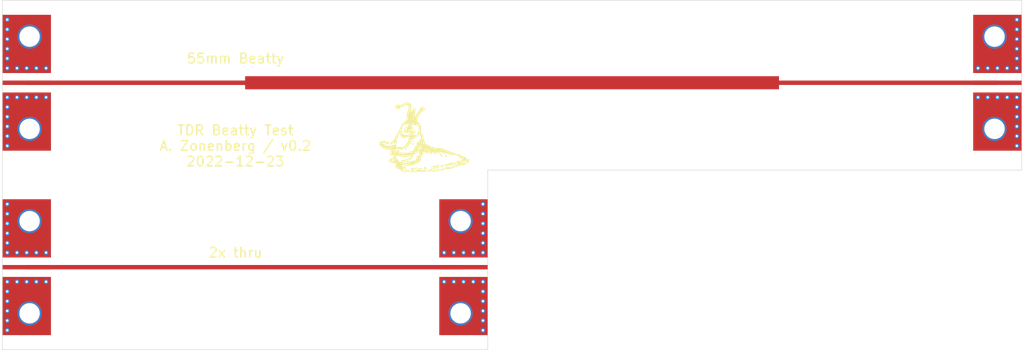
<source format=kicad_pcb>
(kicad_pcb (version 20211014) (generator pcbnew)
  (layers (0 "F.Cu" signal) (1 "In1.Cu" signal) (2 "In2.Cu" signal) (31 "B.Cu" signal) (34 "B.Paste" user) (35 "F.Paste" user) (36 "B.SilkS" user "B.Silkscreen") (37 "F.SilkS" user "F.Silkscreen") (38 "B.Mask" user) (39 "F.Mask" user) (44 "Edge.Cuts" user))
  (net 0 "")
  (net 1 "/BEATTY")
  (net 2 "/GND")
  (net 3 "/2XTHRU")
  (footprint "azonenberg_pcb:CONN_SMA_EDGE_ROSENBERGER_32K243_40ML5" (layer "F.Cu") (at 110 82.5)
    (fp_text reference "J2" hide)
    (fp_text value "SMA" hide)
    (pad "1" smd rect locked (at 2.5 0) (size 5 0.45) (layers "F.Cu" "F.Mask") (net 1 "/BEATTY"))
    (pad "2" smd rect locked (at 2.5 -4) (size 5 6) (layers "F.Cu" "F.Mask") (net 2 "/GND"))
    (pad "2" thru_hole circle locked (at 2.8 -4.75) (size 2.5 2.5) (drill 2.1) (layers *.Cu *.Mask) (net 2 "/GND"))
    (pad "2" thru_hole circle locked (at 2.8 4.75) (size 2.5 2.5) (drill 2.1) (layers *.Cu *.Mask) (net 2 "/GND"))
    (pad "2" smd rect locked (at 2.5 4) (size 5 6) (layers "F.Cu" "F.Mask") (net 2 "/GND"))
  )
  (footprint "azonenberg_pcb:LONGTHING-1200DPI" (layer "F.Cu") (at 154 88.5)
    (fp_text reference "G***" hide)
    (fp_text value "LOGO" hide)
  )
  (footprint "azonenberg_pcb:CONN_SMA_EDGE_ROSENBERGER_32K243_40ML5" (layer "F.Cu") (at 160 101.5 180)
    (fp_text reference "J3" hide)
    (fp_text value "SMA" hide)
    (pad "1" smd rect locked (at 2.5 0 180) (size 5 0.45) (layers "F.Cu" "F.Mask") (net 3 "/2XTHRU"))
    (pad "2" smd rect locked (at 2.5 4 180) (size 5 6) (layers "F.Cu" "F.Mask") (net 2 "/GND"))
    (pad "2" thru_hole circle locked (at 2.8 -4.75 180) (size 2.5 2.5) (drill 2.1) (layers *.Cu *.Mask) (net 2 "/GND"))
    (pad "2" thru_hole circle locked (at 2.8 4.75 180) (size 2.5 2.5) (drill 2.1) (layers *.Cu *.Mask) (net 2 "/GND"))
    (pad "2" smd rect locked (at 2.5 -4 180) (size 5 6) (layers "F.Cu" "F.Mask") (net 2 "/GND"))
  )
  (footprint "azonenberg_pcb:CONN_SMA_EDGE_ROSENBERGER_32K243_40ML5" (layer "F.Cu") (at 215 82.5 180)
    (fp_text reference "J1" hide)
    (fp_text value "SMA" hide)
    (pad "1" smd rect locked (at 2.5 0 180) (size 5 0.45) (layers "F.Cu" "F.Mask") (net 1 "/BEATTY"))
    (pad "2" smd rect locked (at 2.5 4 180) (size 5 6) (layers "F.Cu" "F.Mask") (net 2 "/GND"))
    (pad "2" smd rect locked (at 2.5 -4 180) (size 5 6) (layers "F.Cu" "F.Mask") (net 2 "/GND"))
    (pad "2" thru_hole circle locked (at 2.8 -4.75 180) (size 2.5 2.5) (drill 2.1) (layers *.Cu *.Mask) (net 2 "/GND"))
    (pad "2" thru_hole circle locked (at 2.8 4.75 180) (size 2.5 2.5) (drill 2.1) (layers *.Cu *.Mask) (net 2 "/GND"))
  )
  (footprint "azonenberg_pcb:CONN_SMA_EDGE_ROSENBERGER_32K243_40ML5" (layer "F.Cu") (at 110 101.5)
    (fp_text reference "J4" hide)
    (fp_text value "SMA" hide)
    (pad "1" smd rect locked (at 2.5 0) (size 5 0.45) (layers "F.Cu" "F.Mask") (net 3 "/2XTHRU"))
    (pad "2" thru_hole circle locked (at 2.8 -4.75) (size 2.5 2.5) (drill 2.1) (layers *.Cu *.Mask) (net 2 "/GND"))
    (pad "2" thru_hole circle locked (at 2.8 4.75) (size 2.5 2.5) (drill 2.1) (layers *.Cu *.Mask) (net 2 "/GND"))
    (pad "2" smd rect locked (at 2.5 -4) (size 5 6) (layers "F.Cu" "F.Mask") (net 2 "/GND"))
    (pad "2" smd rect locked (at 2.5 4) (size 5 6) (layers "F.Cu" "F.Mask") (net 2 "/GND"))
  )
  (gr_line (start 110 74) (end 110 110) (layer "Edge.Cuts") (width 0.05))
  (gr_line (start 215 91.5) (end 215 74) (layer "Edge.Cuts") (width 0.05))
  (gr_line (start 160 91.5) (end 215 91.5) (layer "Edge.Cuts") (width 0.05))
  (gr_line (start 110 110) (end 160 110) (layer "Edge.Cuts") (width 0.05))
  (gr_line (start 160 110) (end 160 91.5) (layer "Edge.Cuts") (width 0.05))
  (gr_line (start 215 74) (end 110 74) (layer "Edge.Cuts") (width 0.05))
  (gr_text "2x thru" (at 134 100) (layer "F.SilkS") (effects (font (size 1 1))))
  (gr_text "TDR Beatty Test\nA. Zonenberg / v0.2\n2022-12-23" (at 134 89) (layer "F.SilkS") (effects (font (size 1 1))))
  (gr_text "55mm Beatty" (at 134 80) (layer "F.SilkS") (effects (font (size 1 1))))
  (segment (start 112.5 82.5) (end 212.5 82.5) (width 0.45) (layer "F.Cu") (net 1))
  (via (at 159.5 106) (size 0.5) (drill 0.25) (layers "F.Cu" "B.Cu") (net 2))
  (via (at 110.5 108) (size 0.5) (drill 0.25) (layers "F.Cu" "B.Cu") (net 2))
  (via (at 110.5 105.999999) (size 0.5) (drill 0.25) (layers "F.Cu" "B.Cu") (net 2))
  (via (at 110.5 77) (size 0.5) (drill 0.25) (layers "F.Cu" "B.Cu") (net 2))
  (via (at 214.500001 76) (size 0.5) (drill 0.25) (layers "F.Cu" "B.Cu") (net 2))
  (via (at 110.5 86.999999) (size 0.5) (drill 0.25) (layers "F.Cu" "B.Cu") (net 2))
  (via (at 110.5 79) (size 0.5) (drill 0.25) (layers "F.Cu" "B.Cu") (net 2))
  (via (at 156.5 100.000001) (size 0.5) (drill 0.25) (layers "F.Cu" "B.Cu") (net 2))
  (via (at 110.5 78) (size 0.5) (drill 0.25) (layers "F.Cu" "B.Cu") (net 2))
  (via (at 214.5 87) (size 0.5) (drill 0.25) (layers "F.Cu" "B.Cu") (net 2))
  (via (at 113.5 102.999999) (size 0.5) (drill 0.25) (layers "F.Cu" "B.Cu") (net 2))
  (via (at 214.500001 80.000001) (size 0.5) (drill 0.25) (layers "F.Cu" "B.Cu") (net 2))
  (via (at 110.5 81) (size 0.5) (drill 0.25) (layers "F.Cu" "B.Cu") (net 2))
  (via (at 110.5 95) (size 0.5) (drill 0.25) (layers "F.Cu" "B.Cu") (net 2))
  (via (at 214.5 77) (size 0.5) (drill 0.25) (layers "F.Cu" "B.Cu") (net 2))
  (via (at 110.5 89) (size 0.5) (drill 0.25) (layers "F.Cu" "B.Cu") (net 2))
  (via (at 110.5 103) (size 0.5) (drill 0.25) (layers "F.Cu" "B.Cu") (net 2))
  (via (at 112.5 83.999999) (size 0.5) (drill 0.25) (layers "F.Cu" "B.Cu") (net 2))
  (via (at 214.499999 88.000001) (size 0.5) (drill 0.25) (layers "F.Cu" "B.Cu") (net 2))
  (via (at 110.5 84.999999) (size 0.5) (drill 0.25) (layers "F.Cu" "B.Cu") (net 2))
  (via (at 159.5 97) (size 0.5) (drill 0.25) (layers "F.Cu" "B.Cu") (net 2))
  (via (at 214.500001 81) (size 0.5) (drill 0.25) (layers "F.Cu" "B.Cu") (net 2))
  (via (at 214.500001 79.000001) (size 0.5) (drill 0.25) (layers "F.Cu" "B.Cu") (net 2))
  (via (at 159.499999 96) (size 0.5) (drill 0.25) (layers "F.Cu" "B.Cu") (net 2))
  (via (at 155.499999 100) (size 0.5) (drill 0.25) (layers "F.Cu" "B.Cu") (net 2))
  (via (at 214.5 89.000001) (size 0.5) (drill 0.25) (layers "F.Cu" "B.Cu") (net 2))
  (via (at 110.5 80) (size 0.5) (drill 0.25) (layers "F.Cu" "B.Cu") (net 2))
  (via (at 156.5 103) (size 0.5) (drill 0.25) (layers "F.Cu" "B.Cu") (net 2))
  (via (at 110.5 98) (size 0.5) (drill 0.25) (layers "F.Cu" "B.Cu") (net 2))
  (via (at 114.5 81) (size 0.5) (drill 0.25) (layers "F.Cu" "B.Cu") (net 2))
  (via (at 159.5 95) (size 0.5) (drill 0.25) (layers "F.Cu" "B.Cu") (net 2))
  (via (at 158.5 100.000001) (size 0.5) (drill 0.25) (layers "F.Cu" "B.Cu") (net 2))
  (via (at 114.500001 103) (size 0.5) (drill 0.25) (layers "F.Cu" "B.Cu") (net 2))
  (via (at 213.500001 81.000001) (size 0.5) (drill 0.25) (layers "F.Cu" "B.Cu") (net 2))
  (via (at 211.5 84) (size 0.5) (drill 0.25) (layers "F.Cu" "B.Cu") (net 2))
  (via (at 159.5 105) (size 0.5) (drill 0.25) (layers "F.Cu" "B.Cu") (net 2))
  (via (at 111.5 102.999999) (size 0.5) (drill 0.25) (layers "F.Cu" "B.Cu") (net 2))
  (via (at 159.5 100) (size 0.5) (drill 0.25) (layers "F.Cu" "B.Cu") (net 2))
  (via (at 110.5 103.999999) (size 0.5) (drill 0.25) (layers "F.Cu" "B.Cu") (net 2))
  (via (at 212.5 84) (size 0.5) (drill 0.25) (layers "F.Cu" "B.Cu") (net 2))
  (via (at 213.5 84) (size 0.5) (drill 0.25) (layers "F.Cu" "B.Cu") (net 2))
  (via (at 110.5 85.999999) (size 0.5) (drill 0.25) (layers "F.Cu" "B.Cu") (net 2))
  (via (at 214.5 84.000001) (size 0.5) (drill 0.25) (layers "F.Cu" "B.Cu") (net 2))
  (via (at 157.5 103) (size 0.5) (drill 0.25) (layers "F.Cu" "B.Cu") (net 2))
  (via (at 110.500001 88) (size 0.5) (drill 0.25) (layers "F.Cu" "B.Cu") (net 2))
  (via (at 110.5 76) (size 0.5) (drill 0.25) (layers "F.Cu" "B.Cu") (net 2))
  (via (at 159.5 108.000001) (size 0.5) (drill 0.25) (layers "F.Cu" "B.Cu") (net 2))
  (via (at 113.5 81) (size 0.5) (drill 0.25) (layers "F.Cu" "B.Cu") (net 2))
  (via (at 110.5 104.999999) (size 0.5) (drill 0.25) (layers "F.Cu" "B.Cu") (net 2))
  (via (at 112.5 102.999999) (size 0.5) (drill 0.25) (layers "F.Cu" "B.Cu") (net 2))
  (via (at 159.5 104) (size 0.5) (drill 0.25) (layers "F.Cu" "B.Cu") (net 2))
  (via (at 112.5 100) (size 0.5) (drill 0.25) (layers "F.Cu" "B.Cu") (net 2))
  (via (at 110.500001 107) (size 0.5) (drill 0.25) (layers "F.Cu" "B.Cu") (net 2))
  (via (at 212.500001 81.000001) (size 0.5) (drill 0.25) (layers "F.Cu" "B.Cu") (net 2))
  (via (at 113.5 100) (size 0.5) (drill 0.25) (layers "F.Cu" "B.Cu") (net 2))
  (via (at 110.5 99) (size 0.5) (drill 0.25) (layers "F.Cu" "B.Cu") (net 2))
  (via (at 159.5 98.000001) (size 0.5) (drill 0.25) (layers "F.Cu" "B.Cu") (net 2))
  (via (at 114.5 100) (size 0.5) (drill 0.25) (layers "F.Cu" "B.Cu") (net 2))
  (via (at 114.500001 84) (size 0.5) (drill 0.25) (layers "F.Cu" "B.Cu") (net 2))
  (via (at 110.5 100) (size 0.5) (drill 0.25) (layers "F.Cu" "B.Cu") (net 2))
  (via (at 159.5 103.000001) (size 0.5) (drill 0.25) (layers "F.Cu" "B.Cu") (net 2))
  (via (at 210.499999 84.000001) (size 0.5) (drill 0.25) (layers "F.Cu" "B.Cu") (net 2))
  (via (at 111.5 81) (size 0.5) (drill 0.25) (layers "F.Cu" "B.Cu") (net 2))
  (via (at 155.499999 103.000001) (size 0.5) (drill 0.25) (layers "F.Cu" "B.Cu") (net 2))
  (via (at 158.5 103) (size 0.5) (drill 0.25) (layers "F.Cu" "B.Cu") (net 2))
  (via (at 214.500001 78) (size 0.5) (drill 0.25) (layers "F.Cu" "B.Cu") (net 2))
  (via (at 211.500001 81.000001) (size 0.5) (drill 0.25) (layers "F.Cu" "B.Cu") (net 2))
  (via (at 159.499999 107.000001) (size 0.5) (drill 0.25) (layers "F.Cu" "B.Cu") (net 2))
  (via (at 113.5 83.999999) (size 0.5) (drill 0.25) (layers "F.Cu" "B.Cu") (net 2))
  (via (at 214.5 85) (size 0.5) (drill 0.25) (layers "F.Cu" "B.Cu") (net 2))
  (via (at 111.5 83.999999) (size 0.5) (drill 0.25) (layers "F.Cu" "B.Cu") (net 2))
  (via (at 110.5 96) (size 0.5) (drill 0.25) (layers "F.Cu" "B.Cu") (net 2))
  (via (at 210.5 81) (size 0.5) (drill 0.25) (layers "F.Cu" "B.Cu") (net 2))
  (via (at 112.5 81) (size 0.5) (drill 0.25) (layers "F.Cu" "B.Cu") (net 2))
  (via (at 110.5 84) (size 0.5) (drill 0.25) (layers "F.Cu" "B.Cu") (net 2))
  (via (at 111.5 100) (size 0.5) (drill 0.25) (layers "F.Cu" "B.Cu") (net 2))
  (via (at 157.5 100.000001) (size 0.5) (drill 0.25) (layers "F.Cu" "B.Cu") (net 2))
  (via (at 159.5 99.000001) (size 0.5) (drill 0.25) (layers "F.Cu" "B.Cu") (net 2))
  (via (at 110.5 97) (size 0.5) (drill 0.25) (layers "F.Cu" "B.Cu") (net 2))
  (via (at 214.5 86) (size 0.5) (drill 0.25) (layers "F.Cu" "B.Cu") (net 2))
  (segment (start 112.5 101.5) (end 157.5 101.5) (width 0.45) (layer "F.Cu") (net 3))
  (zone (net 1) (net_name "/BEATTY") (layer "F.Cu") (connect_pads yes (clearance 0.1)) (min_thickness 0.1) (fill yes (thermal_gap 0.508) (thermal_bridge_width 0.508) (island_removal_mode 1) (island_area_min 0))
    (polygon (pts (xy 190 83.175) (xy 135 83.175) (xy 135 82.7) (xy 110.3 82.7) (xy 110.3 82.3) (xy 135 82.3) (xy 135 81.825) (xy 190 81.825)))
  )
)
</source>
